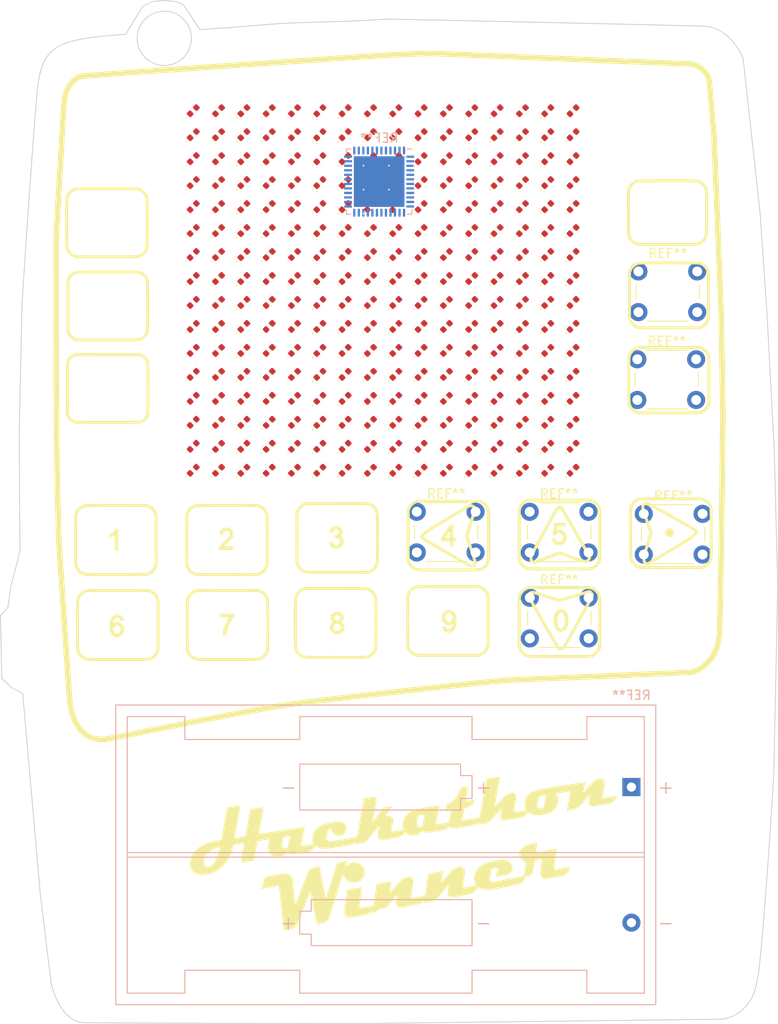
<source format=kicad_pcb>
(kicad_pcb (version 20211014) (generator pcbnew)
  (layers (0 "F.Cu" signal) (31 "B.Cu" signal) (34 "B.Paste" user) (35 "F.Paste" user) (36 "B.SilkS" user "B.Silkscreen") (37 "F.SilkS" user "F.Silkscreen") (38 "B.Mask" user) (39 "F.Mask" user) (44 "Edge.Cuts" user))
  (net 0 "")
  (footprint "LED_SMD:LED_0402_1005Metric" (layer "F.Cu") (at 164.7 99.75 45)
    (fp_text reference "REF**252" hide)
    (fp_text value "LED_0402_1005Metric" hide)
  )
  (footprint "LED_SMD:LED_0402_1005Metric" (layer "F.Cu") (at 136.7 67.95 45)
    (fp_text reference "REF**50" hide)
    (fp_text value "LED_0402_1005Metric" hide)
  )
  (footprint "LED_SMD:LED_0402_1005Metric" (layer "F.Cu") (at 139.5 99.75 45)
    (fp_text reference "REF**243" hide)
    (fp_text value "LED_0402_1005Metric" hide)
  )
  (footprint "LED_SMD:LED_0402_1005Metric" (layer "F.Cu") (at 153.5 86.5 45)
    (fp_text reference "REF**168" hide)
    (fp_text value "LED_0402_1005Metric" hide)
  )
  (footprint "LED_SMD:LED_0402_1005Metric" (layer "F.Cu") (at 159.1 94.45 45)
    (fp_text reference "REF**218" hide)
    (fp_text value "LED_0402_1005Metric" hide)
  )
  (footprint "LED_SMD:LED_0402_1005Metric" (layer "F.Cu") (at 153.5 60 45)
    (fp_text reference "REF**8" hide)
    (fp_text value "LED_0402_1005Metric" hide)
  )
  (footprint "LED_SMD:LED_0402_1005Metric" (layer "F.Cu") (at 139.5 70.6 45)
    (fp_text reference "REF**67" hide)
    (fp_text value "LED_0402_1005Metric" hide)
  )
  (footprint "LED_SMD:LED_0402_1005Metric" (layer "F.Cu") (at 131.1 99.75 45)
    (fp_text reference "REF**240" hide)
    (fp_text value "LED_0402_1005Metric" hide)
  )
  (footprint "LED_SMD:LED_0402_1005Metric" (layer "F.Cu") (at 167.5 67.95 45)
    (fp_text reference "REF**61" hide)
    (fp_text value "LED_0402_1005Metric" hide)
  )
  (footprint "LED_SMD:LED_0402_1005Metric" (layer "F.Cu") (at 139.5 83.85 45)
    (fp_text reference "REF**147" hide)
    (fp_text value "LED_0402_1005Metric" hide)
  )
  (footprint "LED_SMD:LED_0402_1005Metric" (layer "F.Cu") (at 147.9 99.75 45)
    (fp_text reference "REF**246" hide)
    (fp_text value "LED_0402_1005Metric" hide)
  )
  (footprint "LED_SMD:LED_0402_1005Metric" (layer "F.Cu") (at 164.7 94.45 45)
    (fp_text reference "REF**220" hide)
    (fp_text value "LED_0402_1005Metric" hide)
  )
  (footprint "LED_SMD:LED_0402_1005Metric" (layer "F.Cu") (at 150.7 91.8 45)
    (fp_text reference "REF**199" hide)
    (fp_text value "LED_0402_1005Metric" hide)
  )
  (footprint "LED_SMD:LED_0402_1005Metric" (layer "F.Cu") (at 145.1 91.8 45)
    (fp_text reference "REF**197" hide)
    (fp_text value "LED_0402_1005Metric" hide)
  )
  (footprint "LED_SMD:LED_0402_1005Metric" (layer "F.Cu") (at 133.9 81.2 45)
    (fp_text reference "REF**129" hide)
    (fp_text value "LED_0402_1005Metric" hide)
  )
  (footprint "LED_SMD:LED_0402_1005Metric" (layer "F.Cu") (at 147.9 94.45 45)
    (fp_text reference "REF**214" hide)
    (fp_text value "LED_0402_1005Metric" hide)
  )
  (footprint "LED_SMD:LED_0402_1005Metric" (layer "F.Cu") (at 161.9 70.6 45)
    (fp_text reference "REF**75" hide)
    (fp_text value "LED_0402_1005Metric" hide)
  )
  (footprint "LED_SMD:LED_0402_1005Metric" (layer "F.Cu") (at 150.7 70.6 45)
    (fp_text reference "REF**71" hide)
    (fp_text value "LED_0402_1005Metric" hide)
  )
  (footprint "LED_SMD:LED_0402_1005Metric" (layer "F.Cu") (at 170.3 94.45 45)
    (fp_text reference "REF**222" hide)
    (fp_text value "LED_0402_1005Metric" hide)
  )
  (footprint "LED_SMD:LED_0402_1005Metric" (layer "F.Cu") (at 173.1 94.45 45)
    (fp_text reference "REF**223" hide)
    (fp_text value "LED_0402_1005Metric" hide)
  )
  (footprint "LED_SMD:LED_0402_1005Metric" (layer "F.Cu") (at 153.5 89.15 45)
    (fp_text reference "REF**184" hide)
    (fp_text value "LED_0402_1005Metric" hide)
  )
  (footprint "LED_SMD:LED_0402_1005Metric" (layer "F.Cu") (at 167.5 81.2 45)
    (fp_text reference "REF**141" hide)
    (fp_text value "LED_0402_1005Metric" hide)
  )
  (footprint "LED_SMD:LED_0402_1005Metric" (layer "F.Cu") (at 131.1 70.6 45)
    (fp_text reference "REF**64" hide)
    (fp_text value "LED_0402_1005Metric" hide)
  )
  (footprint "LED_SMD:LED_0402_1005Metric" (layer "F.Cu") (at 139.5 91.8 45)
    (fp_text reference "REF**195" hide)
    (fp_text value "LED_0402_1005Metric" hide)
  )
  (footprint "LED_SMD:LED_0402_1005Metric" (layer "F.Cu") (at 142.3 62.65 45)
    (fp_text reference "REF**20" hide)
    (fp_text value "LED_0402_1005Metric" hide)
  )
  (footprint "Button_Switch_THT:SW_PUSH_6mm_H4.3mm" (layer "F.Cu") (at 168.32 113.84)
    (fp_text reference "REF**")
    (fp_text value "SW_PUSH_6mm_H4.3mm")
  )
  (footprint "LED_SMD:LED_0402_1005Metric" (layer "F.Cu") (at 153.5 97.1 45)
    (fp_text reference "REF**232" hide)
    (fp_text value "LED_0402_1005Metric" hide)
  )
  (footprint "LED_SMD:LED_0402_1005Metric" (layer "F.Cu") (at 156.3 73.25 45)
    (fp_text reference "REF**89" hide)
    (fp_text value "LED_0402_1005Metric" hide)
  )
  (footprint "LED_SMD:LED_0402_1005Metric" (layer "F.Cu") (at 147.9 81.2 45)
    (fp_text reference "REF**134" hide)
    (fp_text value "LED_0402_1005Metric" hide)
  )
  (footprint "LED_SMD:LED_0402_1005Metric" (layer "F.Cu") (at 136.7 86.5 45)
    (fp_text reference "REF**162" hide)
    (fp_text value "LED_0402_1005Metric" hide)
  )
  (footprint "LED_SMD:LED_0402_1005Metric" (layer "F.Cu") (at 150.7 97.1 45)
    (fp_text reference "REF**231" hide)
    (fp_text value "LED_0402_1005Metric" hide)
  )
  (footprint "LED_SMD:LED_0402_1005Metric" (layer "F.Cu") (at 173.1 65.3 45)
    (fp_text reference "REF**47" hide)
    (fp_text value "LED_0402_1005Metric" hide)
  )
  (footprint "LED_SMD:LED_0402_1005Metric" (layer "F.Cu") (at 147.9 83.85 45)
    (fp_text reference "REF**150" hide)
    (fp_text value "LED_0402_1005Metric" hide)
  )
  (footprint "LED_SMD:LED_0402_1005Metric" (layer "F.Cu") (at 131.1 78.55 45)
    (fp_text reference "REF**112" hide)
    (fp_text value "LED_0402_1005Metric" hide)
  )
  (footprint "LED_SMD:LED_0402_1005Metric" (layer "F.Cu") (at 156.3 83.85 45)
    (fp_text reference "REF**153" hide)
    (fp_text value "LED_0402_1005Metric" hide)
  )
  (footprint "LED_SMD:LED_0402_1005Metric" (layer "F.Cu") (at 167.5 97.1 45)
    (fp_text reference "REF**237" hide)
    (fp_text value "LED_0402_1005Metric" hide)
  )
  (footprint "LED_SMD:LED_0402_1005Metric" (layer "F.Cu") (at 173.1 73.25 45)
    (fp_text reference "REF**95" hide)
    (fp_text value "LED_0402_1005Metric" hide)
  )
  (footprint "LED_SMD:LED_0402_1005Metric" (layer "F.Cu") (at 145.1 83.85 45)
    (fp_text reference "REF**149" hide)
    (fp_text value "LED_0402_1005Metric" hide)
  )
  (footprint "LED_SMD:LED_0402_1005Metric" (layer "F.Cu") (at 159.1 62.65 45)
    (fp_text reference "REF**26" hide)
    (fp_text value "LED_0402_1005Metric" hide)
  )
  (footprint "LED_SMD:LED_0402_1005Metric" (layer "F.Cu") (at 161.9 75.9 45)
    (fp_text reference "REF**107" hide)
    (fp_text value "LED_0402_1005Metric" hide)
  )
  (footprint "LED_SMD:LED_0402_1005Metric" (layer "F.Cu") (at 164.7 60 45)
    (fp_text reference "REF**12" hide)
    (fp_text value "LED_0402_1005Metric" hide)
  )
  (footprint "LED_SMD:LED_0402_1005Metric" (layer "F.Cu") (at 147.9 97.1 45)
    (fp_text reference "REF**230" hide)
    (fp_text value "LED_0402_1005Metric" hide)
  )
  (footprint "LED_SMD:LED_0402_1005Metric" (layer "F.Cu") (at 153.5 94.45 45)
    (fp_text reference "REF**216" hide)
    (fp_text value "LED_0402_1005Metric" hide)
  )
  (footprint "LED_SMD:LED_0402_1005Metric" (layer "F.Cu") (at 131.1 62.65 45)
    (fp_text reference "REF**16" hide)
    (fp_text value "LED_0402_1005Metric" hide)
  )
  (footprint "LED_SMD:LED_0402_1005Metric" (layer "F.Cu") (at 145.1 86.5 45)
    (fp_text reference "REF**165" hide)
    (fp_text value "LED_0402_1005Metric" hide)
  )
  (footprint "LED_SMD:LED_0402_1005Metric" (layer "F.Cu") (at 133.9 89.15 45)
    (fp_text reference "REF**177" hide)
    (fp_text value "LED_0402_1005Metric" hide)
  )
  (footprint "LED_SMD:LED_0402_1005Metric" (layer "F.Cu") (at 164.7 67.95 45)
    (fp_text reference "REF**60" hide)
    (fp_text value "LED_0402_1005Metric" hide)
  )
  (footprint "LED_SMD:LED_0402_1005Metric" (layer "F.Cu") (at 145.1 94.45 45)
    (fp_text reference "REF**213" hide)
    (fp_text value "LED_0402_1005Metric" hide)
  )
  (footprint "LED_SMD:LED_0402_1005Metric" (layer "F.Cu") (at 164.7 78.55 45)
    (fp_text reference "REF**124" hide)
    (fp_text value "LED_0402_1005Metric" hide)
  )
  (footprint "LED_SMD:LED_0402_1005Metric" (layer "F.Cu") (at 159.1 99.75 45)
    (fp_text reference "REF**250" hide)
    (fp_text value "LED_0402_1005Metric" hide)
  )
  (footprint "LED_SMD:LED_0402_1005Metric" (layer "F.Cu") (at 173.1 97.1 45)
    (fp_text reference "REF**239" hide)
    (fp_text value "LED_0402_1005Metric" hide)
  )
  (footprint "LED_SMD:LED_0402_1005Metric" (layer "F.Cu") (at 170.3 83.85 45)
    (fp_text reference "REF**158" hide)
    (fp_text value "LED_0402_1005Metric" hide)
  )
  (footprint "LED_SMD:LED_0402_1005Metric" (layer "F.Cu") (at 142.3 60 45)
    (fp_text reference "REF**4" hide)
    (fp_text value "LED_0402_1005Metric" hide)
  )
  (footprint "LED_SMD:LED_0402_1005Metric" (layer "F.Cu") (at 147.9 78.55 45)
    (fp_text reference "REF**118" hide)
    (fp_text value "LED_0402_1005Metric" hide)
  )
  (footprint "LED_SMD:LED_0402_1005Metric" (layer "F.Cu") (at 156.3 91.8 45)
    (fp_text reference "REF**201" hide)
    (fp_text value "LED_0402_1005Metric" hide)
  )
  (footprint "LED_SMD:LED_0402_1005Metric" (layer "F.Cu") (at 156.3 99.75 45)
    (fp_text reference "REF**249" hide)
    (fp_text value "LED_0402_1005Metric" hide)
  )
  (footprint "LED_SMD:LED_0402_1005Metric" (layer "F.Cu") (at 133.9 99.75 45)
    (fp_text reference "REF**241" hide)
    (fp_text value "LED_0402_1005Metric" hide)
  )
  (footprint "LED_SMD:LED_0402_1005Metric" (layer "F.Cu") (at 133.9 67.95 45)
    (fp_text reference "REF**49" hide)
    (fp_text value "LED_0402_1005Metric" hide)
  )
  (footprint "LED_SMD:LED_0402_1005Metric" (layer "F.Cu") (at 139.5 67.95 45)
    (fp_text reference "REF**51" hide)
    (fp_text value "LED_0402_1005Metric" hide)
  )
  (footprint "LED_SMD:LED_0402_1005Metric" (layer "F.Cu") (at 161.9 78.55 45)
    (fp_text reference "REF**123" hide)
    (fp_text value "LED_0402_1005Metric" hide)
  )
  (footprint "LED_SMD:LED_0402_1005Metric" (layer "F.Cu") (at 133.9 86.5 45)
    (fp_text reference "REF**161" hide)
    (fp_text value "LED_0402_1005Metric" hide)
  )
  (footprint "LED_SMD:LED_0402_1005Metric" (layer "F.Cu") (at 131.1 83.85 45)
    (fp_text reference "REF**144" hide)
    (fp_text value "LED_0402_1005Metric" hide)
  )
  (footprint "LED_SMD:LED_0402_1005Metric" (layer "F.Cu") (at 147.9 89.15 45)
    (fp_text reference "REF**182" hide)
    (fp_text value "LED_0402_1005Metric" hide)
  )
  (footprint "LED_SMD:LED_0402_1005Metric" (layer "F.Cu") (at 170.3 65.3 45)
    (fp_text reference "REF**46" hide)
    (fp_text value "LED_0402_1005Metric" hide)
  )
  (footprint "LED_SMD:LED_0402_1005Metric" (layer "F.Cu") (at 139.5 86.5 45)
    (fp_text reference "REF**163" hide)
    (fp_text value "LED_0402_1005Metric" hide)
  )
  (footprint "LED_SMD:LED_0402_1005Metric" (layer "F.Cu") (at 145.1 70.6 45)
    (fp_text reference "REF**69" hide)
    (fp_text value "LED_0402_1005Metric" hide)
  )
  (footprint "LED_SMD:LED_0402_1005Metric" (layer "F.Cu") (at 161.9 62.65 45)
    (fp_text reference "REF**27" hide)
    (fp_text value "LED_0402_1005Metric" hide)
  )
  (footprint "LED_SMD:LED_0402_1005Metric" (layer "F.Cu") (at 153.5 81.2 45)
    (fp_text reference "REF**136" hide)
    (fp_text value "LED_0402_1005Metric" hide)
  )
  (footprint "LED_SMD:LED_0402_1005Metric" (layer "F.Cu") (at 145.1 99.75 45)
    (fp_text reference "REF**245" hide)
    (fp_text value "LED_0402_1005Metric" hide)
  )
  (footprint "LED_SMD:LED_0402_1005Metric" (layer "F.Cu") (at 131.1 97.1 45)
    (fp_text reference "REF**224" hide)
    (fp_text value "LED_0402_1005Metric" hide)
  )
  (footprint "LED_SMD:LED_0402_1005Metric" (layer "F.Cu") (at 136.7 78.55 45)
    (fp_text reference "REF**114" hide)
    (fp_text value "LED_0402_1005Metric" hide)
  )
  (footprint "LED_SMD:LED_0402_1005Metric" (layer "F.Cu") (at 167.5 60 45)
    (fp_text reference "REF**13" hide)
    (fp_text value "LED_0402_1005Metric" hide)
  )
  (footprint "LED_SMD:LED_0402_1005Metric" (layer "F.Cu") (at 164.7 91.8 45)
    (fp_text reference "REF**204" hide)
    (fp_text value "LED_0402_1005Metric" hide)
  )
  (footprint "LED_SMD:LED_0402_1005Metric" (layer "F.Cu") (at 167.5 99.75 45)
    (fp_text reference "REF**253" hide)
    (fp_text value "LED_0402_1005Metric" hide)
  )
  (footprint "LED_SMD:LED_0402_1005Metric" (layer "F.Cu") (at 159.1 70.6 45)
    (fp_text reference "REF**74" hide)
    (fp_text value "LED_0402_1005Metric" hide)
  )
  (footprint "LED_SMD:LED_0402_1005Metric" (layer "F.Cu") (at 139.5 62.65 45)
    (fp_text reference "REF**19" hide)
    (fp_text value "LED_0402_1005Metric" hide)
  )
  (footprint "LED_SMD:LED_0402_1005Metric" (layer "F.Cu") (at 161.9 60 45)
    (fp_text reference "REF**11" hide)
    (fp_text value "LED_0402_1005Metric" hide)
  )
  (footprint "LED_SMD:LED_0402_1005Metric" (layer "F.Cu") (at 147.9 73.25 45)
    (fp_text reference "REF**86" hide)
    (fp_text value "LED_0402_1005Metric" hide)
  )
  (footprint "LED_SMD:LED_0402_1005Metric" (layer "F.Cu") (at 161.9 86.5 45)
    (fp_text reference "REF**171" hide)
    (fp_text value "LED_0402_1005Metric" hide)
  )
  (footprint "LED_SMD:LED_0402_1005Metric" (layer "F.Cu") (at 131.1 94.45 45)
    (fp_text reference "REF**208" hide)
    (fp_text value "LED_0402_1005Metric" hide)
  )
  (footprint "LED_SMD:LED_0402_1005Metric" (layer "F.Cu") (at 159.1 60 45)
    (fp_text reference "REF**10" hide)
    (fp_text value "LED_0402_1005Metric" hide)
  )
  (footprint "LED_SMD:LED_0402_1005Metric" (layer "F.Cu") (at 167.5 78.55 45)
    (fp_text reference "REF**125" hide)
    (fp_text value "LED_0402_1005Metric" hide)
  )
  (footprint "LED_SMD:LED_0402_1005Metric" (layer "F.Cu") (at 136.7 94.45 45)
    (fp_text reference "REF**210" hide)
    (fp_text value "LED_0402_1005Metric" hide)
  )
  (footprint "LED_SMD:LED_0402_1005Metric" (layer "F.Cu") (at 156.3 62.65 45)
    (fp_text reference "REF**25" hide)
    (fp_text value "LED_0402_1005Metric" hide)
  )
  (footprint "LED_SMD:LED_0402_1005Metric" (layer "F.Cu") (at 139.5 75.9 45)
    (fp_text reference "REF**99" hide)
    (fp_text value "LED_0402_1005Metric" hide)
  )
  (footprint "LED_SMD:LED_0402_1005Metric" (layer "F.Cu") (at 170.3 86.5 45)
    (fp_text reference "REF**174" hide)
    (fp_text value "LED_0402_1005Metric" hide)
  )
  (footprint "LED_SMD:LED_0402_1005Metric" (layer "F.Cu") (at 150.7 60 45)
    (fp_text reference "REF**7" hide)
    (fp_text value "LED_0402_1005Metric" hide)
  )
  (footprint "LED_SMD:LED_0402_1005Metric" (layer "F.Cu") (at 131.1 75.9 45)
    (fp_text reference "REF**96" hide)
    (fp_text value "LED_0402_1005Metric" hide)
  )
  (footprint "LED_SMD:LED_0402_1005Metric" (layer "F.Cu") (at 159.1 91.8 45)
    (fp_text reference "REF**202" hide)
    (fp_text value "LED_0402_1005Metric" hide)
  )
  (footprint "LED_SMD:LED_0402_1005Metric" (layer "F.Cu") (at 173.1 78.55 45)
    (fp_text reference "REF**127" hide)
    (fp_text value "LED_0402_1005Metric" hide)
  )
  (footprint "LED_SMD:LED_0402_1005Metric" (layer "F.Cu") (at 139.5 60 45)
    (fp_text reference "REF**3" hide)
    (fp_text value "LED_0402_1005Metric" hide)
  )
  (footprint "LED_SMD:LED_0402_1005Metric" (layer "F.Cu") (at 167.5 62.65 45)
    (fp_text reference "REF**29" hide)
    (fp_text value "LED_0402_1005Metric" hide)
  )
  (footprint "LED_SMD:LED_0402_1005Metric" (layer "F.Cu") (at 173.1 60 45)
    (fp_text reference "REF**15" hide)
    (fp_text value "LED_0402_1005Metric" hide)
  )
  (footprint "LED_SMD:LED_0402_1005Metric" (layer "F.Cu") (at 167.5 83.85 45)
    (fp_text reference "REF**157" hide)
    (fp_text value "LED_0402_1005Metric" hide)
  )
  (footprint "LED_SMD:LED_0402_1005Metric" (layer "F.Cu") (at 173.1 89.15 45)
    (fp_text reference "REF**191" hide)
    (fp_text value "LED_0402_1005Metric" hide)
  )
  (footprint "LED_SMD:LED_0402_1005Metric" (layer "F.Cu") (at 170.3 97.1 45)
    (fp_text reference "REF**238" hide)
    (fp_text value "LED_0402_1005Metric" hide)
  )
  (footprint "LED_SMD:LED_0402_1005Metric" (layer "F.Cu") (at 164.7 65.3 45)
    (fp_text reference "REF**44" hide)
    (fp_text value "LED_0402_1005Metric" hide)
  )
  (footprint "LED_SMD:LED_0402_1005Metric" (layer "F.Cu") (at 139.5 89.15 45)
    (fp_text reference "REF**179" hide)
    (fp_text value "LED_0402_1005Metric" hide)
  )
  (footprint "LED_SMD:LED_0402_1005Metric" (layer "F.Cu") (at 150.7 73.25 45)
    (fp_text reference "REF**87" hide)
    (fp_text value "LED_0402_1005Metric" hide)
  )
  (footprint "LED_SMD:LED_0402_1005Metric" (layer "F.Cu") (at 159.1 75.9 45)
    (fp_text reference "REF**106" hide)
    (fp_text value "LED_0402_1005Metric" hide)
  )
  (footprint "LED_SMD:LED_0402_1005Metric" (layer "F.Cu") (at 167.5 73.25 45)
    (fp_text reference "REF**93" hide)
    (fp_text value "LED_0402_1005Metric" hide)
  )
  (footprint "LED_SMD:LED_0402_1005Metric" (layer "F.Cu") (at 147.9 60 45)
    (fp_text reference "REF**6" hide)
    (fp_text value "LED_0402_1005Metric" hide)
  )
  (footprint "LED_SMD:LED_0402_1005Metric" (layer "F.Cu") (at 145.1 97.1 45)
    (fp_text reference "REF**229" hide)
    (fp_text value "LED_0402_1005Metric" hide)
  )
  (footprint "LED_SMD:LED_0402_1005Metric" (layer "F.Cu") (at 136.7 83.85 45)
    (fp_text reference "REF**146" hide)
    (fp_text value "LED_0402_1005Metric" hide)
  )
  (footprint "LED_SMD:LED_0402_1005Metric" (layer "F.Cu") (at 145.1 65.3 45)
    (fp_text reference "REF**37" hide)
    (fp_text value "LED_0402_1005Metric" hide)
  )
  (footprint "LED_SMD:LED_0402_1005Metric" (layer "F.Cu") (at 156.3 94.45 45)
    (fp_text reference "REF**217" hide)
    (fp_text value "LED_0402_1005Metric" hide)
  )
  (footprint "LED_SMD:LED_0402_1005Metric" (layer "F.Cu") (at 161.9 97.1 45)
    (fp_text reference "REF**235" hide)
    (fp_text value "LED_0402_1005Metric" hide)
  )
  (footprint "LED_SMD:LED_0402_1005Metric" (layer "F.Cu") (at 136.7 65.3 45)
    (fp_text reference "REF**34" hide)
    (fp_text value "LED_0402_1005Metric" hide)
  )
  (footprint "LED_SMD:LED_0402_1005Metric" (layer "F.Cu") (at 136.7 60 45)
    (fp_text reference "REF**2" hide)
    (fp_text value "LED_0402_1005Metric" hide)
  )
  (footprint "LED_SMD:LED_0402_1005Metric" (layer "F.Cu") (at 131.1 60 45)
    (fp_text reference "REF**" hide)
    (fp_text value "LED_0402_1005Metric" hide)
  )
  (footprint "LED_SMD:LED_0402_1005Metric" (layer "F.Cu") (at 167.5 65.3 45)
    (fp_text reference "REF**45" hide)
    (fp_text value "LED_0402_1005Metric" hide)
  )
  (footprint "LED_SMD:LED_0402_1005Metric" (layer "F.Cu") (at 167.5 94.45 45)
    (fp_text reference "REF**221" hide)
    (fp_text value "LED_0402_1005Metric" hide)
  )
  (footprint "LED_SMD:LED_0402_1005Metric" (layer "F.Cu") (at 131.1 67.95 45)
    (fp_text reference "REF**48" hide)
    (fp_text value "LED_0402_1005Metric" hide)
  )
  (footprint "LED_SMD:LED_0402_1005Metric" (layer "F.Cu") (at 147.9 70.6 45)
    (fp_text reference "REF**70" hide)
    (fp_text value "LED_0402_1005Metric" hide)
  )
  (footprint "LED_SMD:LED_0402_1005Metric" (layer "F.Cu") (at 142.3 91.8 45)
    (fp_text reference "REF**196" hide)
    (fp_text value "LED_0402_1005Metric" hide)
  )
  (footprint "LED_SMD:LED_0402_1005Metric" (layer "F.Cu") (at 161.9 94.45 45)
    (fp_text reference "REF**219" hide)
    (fp_text value "LED_0402_1005Metric" hide)
  )
  (footprint "LED_SMD:LED_0402_1005Metric" (layer "F.Cu") (at 170.3 91.8 45)
    (fp_text reference "REF**206" hide)
    (fp_text value "LED_0402_1005Metric" hide)
  )
  (footprint "LED_SMD:LED_0402_1005Metric" (layer "F.Cu") (at 142.3 99.75 45)
    (fp_text reference "REF**244" hide)
    (fp_text value "LED_0402_1005Metric" hide)
  )
  (footprint "LED_SMD:LED_0402_1005Metric" (layer "F.Cu") (at 170.3 70.6 45)
    (fp_text reference "REF**78" hide)
    (fp_text value "LED_0402_1005Metric" hide)
  )
  (footprint "LED_SMD:LED_0402_1005Metric" (layer "F.Cu") (at 133.9 94.45 45)
    (fp_text reference "REF**209" hide)
    (fp_text value "LED_0402_1005Metric" hide)
  )
  (footprint "LED_SMD:LED_0402_1005Metric" (layer "F.Cu") (at 142.3 70.6 45)
    (fp_text reference "REF**68" hide)
    (fp_text value "LED_0402_1005Metric" hide)
  )
  (footprint "LED_SMD:LED_0402_1005Metric" (layer "F.Cu") (at 164.7 73.25 45)
    (fp_text reference "REF**92" hide)
    (fp_text value "LED_0402_1005Metric" hide)
  )
  (footprint "LED_SMD:LED_0402_1005Metric" (layer "F.Cu") (at 133.9 73.25 45)
    (fp_text reference "REF**81" hide)
    (fp_text value "LED_0402_1005Metric" hide)
  )
  (footprint "LED_SMD:LED_0402_1005Metric" (layer "F.Cu") (at 131.1 73.25 45)
    (fp_text reference "REF**80" hide)
    (fp_text value "LED_0402_1005Metric" hide)
  )
  (footprint "LED_SMD:LED_0402_1005Metric" (layer "F.Cu") (at 173.1 83.85 45)
    (fp_text reference "REF**159" hide)
    (fp_text value "LED_0402_1005Metric" hide)
  )
  (footprint "LED_SMD:LED_0402_1005Metric" (layer "F.Cu") (at 161.9 83.85 45)
    (fp_text reference "REF**155" hide)
    (fp_text value "LED_0402_1005Metric" hide)
  )
  (footprint "LED_SMD:LED_0402_1005Metric" (layer "F.Cu") (at 150.7 89.15 45)
    (fp_text reference "REF**183" hide)
    (fp_text value "LED_0402_1005Metric" hide)
  )
  (footprint "LED_SMD:LED_0402_1005Metric" (layer "F.Cu") (at 164.7 86.5 45)
    (fp_text reference "REF**172" hide)
    (fp_text value "LED_0402_1005Metric" hide)
  )
  (footprint "LED_SMD:LED_0402_1005Metric" (layer "F.Cu") (at 156.3 67.95 45)
    (fp_text reference "REF**57" hide)
    (fp_text value "LED_0402_1005Metric" hide)
  )
  (footprint "LED_SMD:LED_0402_1005Metric" (layer "F.Cu") (at 139.5 94.45 45)
    (fp_text reference "REF**211" hide)
    (fp_text value "LED_0402_1005Metric" hide)
  )
  (footprint "LED_SMD:LED_0402_1005Metric" (layer "F.Cu") (at 161.9 99.75 45)
    (fp_text reference "REF**251" hide)
    (fp_text value "LED_0402_1005Metric" hide)
  )
  (footprint "LED_SMD:LED_0402_1005Metric" (layer "F.Cu") (at 147.9 65.3 45)
    (fp_text reference "REF**38" hide)
    (fp_text value "LED_0402_1005Metric" hide)
  )
  (footprint "LED_SMD:LED_0402_1005Metric" (layer "F.Cu") (at 145.1 60 45)
    (fp_text reference "REF**5" hide)
    (fp_text value "LED_0402_1005Metric" hide)
  )
  (footprint "LED_SMD:LED_0402_1005Metric" (layer "F.Cu") (at 159.1 86.5 45)
    (fp_text reference "REF**170" hide)
    (fp_text value "LED_0402_1005Metric" hide)
  )
  (footprint "LED_SMD:LED_0402_1005Metric" (layer "F.Cu") (at 159.1 83.85 45)
    (fp_text reference "REF**154" hide)
    (fp_text value "LED_0402_1005Metric" hide)
  )
  (footprint "LED_SMD:LED_0402_1005Metric" (layer "F.Cu") (at 133.9 75.9 45)
    (fp_text reference "REF**97" hide)
    (fp_text value "LED_0402_1005Metric" hide)
  )
  (footprint "LED_SMD:LED_0402_1005Metric" (layer "F.Cu") (at 167.5 91.8 45)
    (fp_text reference "REF**205" hide)
    (fp_text value "LED_0402_1005Metric" hide)
  )
  (footprint "LED_SMD:LED_0402_1005Metric" (layer "F.Cu") (at 142.3 83.85 45)
    (fp_text reference "REF**148" hide)
    (fp_text value "LED_0402_1005Metric" hide)
  )
  (footprint "LED_SMD:LED_0402_1005Metric" (layer "F.Cu") (at 156.3 86.5 45)
    (fp_text reference "REF**169" hide)
    (fp_text value "LED_0402_1005Metric" hide)
  )
  (footprint "LED_SMD:LED_0402_1005Metric" (layer "F.Cu") (at 145.1 81.2 45)
    (fp_text reference "REF**133" hide)
    (fp_text value "LED_0402_1005Metric" hide)
  )
  (footprint "LED_SMD:LED_0402_1005Metric" (layer "F.Cu") (at 170.3 67.95 45)
    (fp_text reference "REF**62" hide)
    (fp_text value "LED_0402_1005Metric" hide)
  )
  (footprint "LED_SMD:LED_0402_1005Metric" (layer "F.Cu") (at 153.5 67.95 45)
    (fp_text reference "REF**56" hide)
    (fp_text value "LED_0402_1005Metric" hide)
  )
  (footprint "LED_SMD:LED_0402_1005Metric" (layer "F.Cu") (at 153.5 70.6 45)
    (fp_text reference "REF**72" hide)
    (fp_text value "LED_0402_1005Metric" hide)
  )
  (footprint "LED_SMD:LED_0402_1005Metric" (layer "F.Cu") (at 136.7 89.15 45)
    (fp_text reference "REF**178" hide)
    (fp_text value "LED_0402_1005Metric" hide)
  )
  (footprint "LED_SMD:LED_0402_1005Metric" (layer "F.Cu") (at 147.9 86.5 45)
    (fp_text reference "REF**166" hide)
    (fp_text value "LED_0402_1005Metric" hide)
  )
  (footprint "LED_SMD:LED_0402_1005Metric" (layer "F.Cu") (at 133.9 78.55 45)
    (fp_text reference "REF**113" hide)
    (fp_text value "LED_0402_1005Metric" hide)
  )
  (footprint "LED_SMD:LED_0402_1005Metric" (layer "F.Cu") (at 159.1 78.55 45)
    (fp_text reference "REF**122" hide)
    (fp_text value "LED_0402_1005Metric" hide)
  )
  (footprint "LED_SMD:LED_0402_1005Metric" (layer "F.Cu") (at 133.9 65.3 45)
    (fp_text reference "REF**33" hide)
    (fp_text value "LED_0402_1005Metric" hide)
  )
  (footprint "LED_SMD:LED_0402_1005Metric" (layer "F.Cu") (at 131.1 86.5 45)
    (fp_text reference "REF**160" hide)
    (fp_text value "LED_0402_1005Metric" hide)
  )
  (footprint "LED_SMD:LED_0402_1005Metric" (layer "F.Cu") (at 145.1 75.9 45)
    (fp_text reference "REF**101" hide)
    (fp_text value "LED_0402_1005Metric" hide)
  )
  (footprint "LED_SMD:LED_0402_1005Metric" (layer "F.Cu") (at 136.7 70.6 45)
    (fp_text reference "REF**66" hide)
    (fp_text value "LED_0402_1005Metric" hide)
  )
  (footprint "LED_SMD:LED_0402_1005Metric" (layer "F.Cu") (at 153.5 65.3 45)
    (fp_text reference "REF**40" hide)
    (fp_text value "LED_0402_1005Metric" hide)
  )
  (footprint "LED_SMD:LED_0402_1005Metric" (layer "F.Cu") (at 145.1 89.15 45)
    (fp_text reference "REF**181" hide)
    (fp_text value "LED_0402_1005Metric" hide)
  )
  (footprint "LED_SMD:LED_0402_1005Metric" (layer "F.Cu") (at 170.3 89.15 45)
    (fp_text reference "REF**190" hide)
    (fp_text value "LED_0402_1005Metric" hide)
  )
  (footprint "LED_SMD:LED_0402_1005Metric" (layer "F.Cu") (at 164.7 83.85 45)
    (fp_text reference "REF**156" hide)
    (fp_text value "LED_0402_1005Metric" hide)
  )
  (footprint "Button_Switch_THT:SW_PUSH_6mm_H4.3mm" (layer "F.Cu") (at 180.21 87.48)
    (fp_text reference "REF**")
    (fp_text value "SW_PUSH_6mm_H4.3mm")
  )
  (footprint "LED_SMD:LED_0402_1005Metric" (layer "F.Cu") (at 142.3 65.3 45)
    (fp_text reference "REF**36" hide)
    (fp_text value "LED_0402_1005Metric" hide)
  )
  (footprint "LED_SMD:LED_0402_1005Metric" (layer "F.Cu") (at 145.1 67.95 45)
    (fp_text reference "REF**53" hide)
    (fp_text value "LED_0402_1005Metric" hide)
  )
  (footprint "LED_SMD:LED_0402_1005Metric" (layer "F.Cu") (at 133.9 91.8 45)
    (fp_text reference "REF**193" hide)
    (fp_text value "LED_0402_1005Metric" hide)
  )
  (footprint "LED_SMD:LED_0402_1005Metric" (layer "F.Cu") (at 139.5 65.3 45)
    (fp_text reference "REF**35" hide)
    (fp_text value "LED_0402_1005Metric" hide)
  )
  (footprint "LED_SMD:LED_0402_1005Metric" (layer "F.Cu") (at 170.3 99.75 45)
    (fp_text reference "REF**254" hide)
    (fp_text value "LED_0402_1005Metric" hide)
  )
  (footprint "LED_SMD:LED_0402_1005Metric" (layer "F.Cu") (at 136.7 75.9 45)
    (fp_text reference "REF**98" hide)
    (fp_text value "LED_0402_1005Metric" hide)
  )
  (footprint "Library:Main_BG_Drawing_02" (layer "F.Cu") (at 155 105.3)
    (fp_text reference "Ref**" hide)
    (fp_text value "Val**" hide)
    (fp_line (start -38.7335 -52.4358) (end -39.1375 -52.1907) (layer "Edge.Cuts") (width 0.1))
    (fp_line (start -38.0203 54.484) (end -37.6853 54.816) (layer "Edge.Cuts") (width 0.1))
    (fp_line (start 36.3422 -52.1579) (end 36.1288 -52.477) (layer "Edge.Cuts") (width 0.1))
    (fp_line (start 33.7998 -54.3781) (end 33.5482 -54.4648) (layer "Edge.Cuts") (width 0.1))
    (fp_line (start 35.8786 -52.8076) (end 35.5907 -53.1394) (layer "Edge.Cuts") (width 0.1))
    (fp_line (start -33.408 -53.5887) (end -34.3083 -53.4986) (layer "Edge.Cuts") (width 0.1))
    (fp_line (start -42.6824 -26.2607) (end -42.8319 -23.9137) (layer "Edge.Cuts") (width 0.1))
    (fp_line (start -41.1398 -47.5894) (end -41.2096 -46.8564) (layer "Edge.Cuts") (width 0.1))
    (fp_line (start -35.9612 55.522) (end -30.1742 55.562) (layer "Edge.Cuts") (width 0.1))
    (fp_line (start 39.8313 35.287) (end 40.1681 30.0985) (layer "Edge.Cuts") (width 0.1))
    (fp_line (start -39.1833 52.521) (end -39.0147 52.912) (layer "Edge.Cuts") (width 0.1))
    (fp_line (start 37.9441 52.605) (end 38.1362 52.117) (layer "Edge.Cuts") (width 0.1))
    (fp_line (start 38.2995 51.569) (end 38.4378 50.968) (layer "Edge.Cuts") (width 0.1))
    (fp_line (start 34.0406 -54.2778) (end 33.7998 -54.3781) (layer "Edge.Cuts") (width 0.1))
    (fp_line (start 25.607 -54.8196) (end 13.738 -55.08392) (layer "Edge.Cuts") (width 0.1))
    (fp_line (start -12.7176 -55.01016) (end -14.2148 -54.9378) (layer "Edge.Cuts") (width 0.1))
    (fp_line (start 39.6073 38.51) (end 39.8313 35.287) (layer "Edge.Cuts") (width 0.1))
    (fp_line (start 38.767 -34.1676) (end 36.9097 -51.046) (layer "Edge.Cuts") (width 0.1))
    (fp_line (start -37.6853 54.816) (end -37.504 54.964) (layer "Edge.Cuts") (width 0.1))
    (fp_line (start -35.8912 -53.2852) (end -36.5804 -53.1567) (layer "Edge.Cuts") (width 0.1))
    (fp_line (start 32.4304 -54.6511) (end 25.607 -54.8196) (layer "Edge.Cuts") (width 0.1))
    (fp_line (start 36.6871 54.217) (end 36.9549 53.979) (layer "Edge.Cuts") (width 0.1))
    (fp_line (start -36.9026 55.319) (end -36.6825 55.401) (layer "Edge.Cuts") (width 0.1))
    (fp_line (start -14.2148 -54.9378) (end -15.6415 -54.8347) (layer "Edge.Cuts") (width 0.1))
    (fp_line (start -39.8076 -51.6043) (end -40.0805 -51.2577) (layer "Edge.Cuts") (width 0.1))
    (fp_line (start 34.8531 55.096) (end 35.2075 55.008) (layer "Edge.Cuts") (width 0.1))
    (fp_line (start -15.6415 -54.8347) (end -19.6174 -54.5095) (layer "Edge.Cuts") (width 0.1))
    (fp_line (start 34.6184 55.132) (end 34.8531 55.096) (layer "Edge.Cuts") (width 0.1))
    (fp_line (start -2.5372 -55.43482) (end -2.5372 -55.43482) (layer "Edge.Cuts") (width 0.1))
    (fp_line (start -45.21708 10.5099) (end -45.06258 17.4718) (layer "Edge.Cuts") (width 0.1))
    (fp_line (start -39.0147 52.912) (end -38.8154 53.317) (layer "Edge.Cuts") (width 0.1))
    (fp_line (start -9.5318 -55.1082) (end -12.7176 -55.01016) (layer "Edge.Cuts") (width 0.1))
    (fp_line (start 35.264 -53.4624) (end 34.8974 -53.7665) (layer "Edge.Cuts") (width 0.1))
    (fp_line (start -40.8229 41.157) (end -39.6211 51.152) (layer "Edge.Cuts") (width 0.1))
    (fp_line (start -40.0805 -51.2577) (end -40.3163 -50.872) (layer "Edge.Cuts") (width 0.1))
    (fp_line (start -42.298 -32.0841) (end -42.6824 -26.2607) (layer "Edge.Cuts") (width 0.1))
    (fp_line (start -38.2791 -52.6523) (end -38.7335 -52.4358) (layer "Edge.Cuts") (width 0.1))
    (fp_line (start -40.9557 -48.8856) (end -41.0563 -48.265) (layer "Edge.Cuts") (width 0.1))
    (fp_line (start -39.3224 52.155) (end -39.1833 52.521) (layer "Edge.Cuts") (width 0.1))
    (fp_line (start -40.3163 -50.872) (end -40.5184 -50.4446) (layer "Edge.Cuts") (width 0.1))
    (fp_line (start 36.1546 54.59) (end 36.4191 54.42) (layer "Edge.Cuts") (width 0.1))
    (fp_line (start 33.0118 -54.5926) (end 32.7268 -54.6311) (layer "Edge.Cuts") (width 0.1))
    (fp_line (start 36.1288 -52.477) (end 35.8786 -52.8076) (layer "Edge.Cuts") (width 0.1))
    (fp_line (start -27.1123 -57.48814) (end -28.4017 -57.37031) (layer "Edge.Cuts") (width 0.1))
    (fp_line (start -41.4916 -43.3432) (end -41.775 -39.558) (layer "Edge.Cuts") (width 0.1))
    (fp_line (start 34.49 -54.0417) (end 34.2706 -54.1653) (layer "Edge.Cuts") (width 0.1))
    (fp_line (start 39.0934 45.151) (end 39.3583 41.868) (layer "Edge.Cuts") (width 0.1))
    (fp_line (start -45.06258 17.4718) (end -43.9904 18.4819) (layer "Edge.Cuts") (width 0.1))
    (fp_line (start -25.7883 -57.35277) (end -27.1123 -57.48814) (layer "Edge.Cuts") (width 0.1))
    (fp_line (start 39.5591 -22.6422) (end 38.767 -34.1676) (layer "Edge.Cuts") (width 0.1))
    (fp_line (start 36.663 -51.5939) (end 36.52 -51.8601) (layer "Edge.Cuts") (width 0.1))
    (fp_line (start -7.8534 -55.15653) (end -9.5318 -55.1082) (layer "Edge.Cuts") (width 0.1))
    (fp_line (start -43.0637 3.432) (end -44.0679 7.2944) (layer "Edge.Cuts") (width 0.1))
    (fp_line (start -37.504 54.964) (end -37.3132 55.099) (layer "Edge.Cuts") (width 0.1))
    (fp_line (start -41.775 -39.558) (end -42.298 -32.0841) (layer "Edge.Cuts") (width 0.1))
    (fp_line (start -19.6174 -54.5095) (end -23.1518 -54.2594) (layer "Edge.Cuts") (width 0.1))
    (fp_line (start -43.9904 18.4819) (end -42.7547 19.1327) (layer "Edge.Cuts") (width 0.1))
    (fp_line (start 40.1681 30.0985) (end 40.2965 27.9929) (layer "Edge.Cuts") (width 0.1))
    (fp_line (start -20.106 55.597) (end -6.2993 55.631) (layer "Edge.Cuts") (width 0.1))
    (fp_line (start -24.9852 -57.01286) (end -25.7883 -57.35277) (layer "Edge.Cuts") (width 0.1))
    (fp_line (start -39.6211 51.152) (end -39.5759 51.338) (layer "Edge.Cuts") (width 0.1))
    (fp_line (start -23.1518 -54.2594) (end -24.9852 -57.01286) (layer "Edge.Cuts") (width 0.1))
    (fp_line (start -37.771 -52.8429) (end -38.2791 -52.6523) (layer "Edge.Cuts") (width 0.1))
    (fp_line (start -39.5759 51.338) (end -39.4334 51.827) (layer "Edge.Cuts") (width 0.1))
    (fp_line (start 35.2075 55.008) (end 35.6514 54.847) (layer "Edge.Cuts") (width 0.1))
    (fp_line (start -40.5184 -50.4446) (end -40.6901 -49.9728) (layer "Edge.Cuts") (width 0.1))
    (fp_line (start 35.8975 54.732) (end 36.1546 54.59) (layer "Edge.Cuts") (width 0.1))
    (fp_line (start 33.5482 -54.4648) (end 33.2856 -54.5367) (layer "Edge.Cuts") (width 0.1))
    (fp_line (start -37.2059 -53.0101) (end -37.771 -52.8429) (layer "Edge.Cuts") (width 0.1))
    (fp_line (start 35.6514 54.847) (end 35.8975 54.732) (layer "Edge.Cuts") (width 0.1))
    (fp_line (start 34.5335 55.14) (end 34.6184 55.132) (layer "Edge.Cuts") (width 0.1))
    (fp_line (start -29.4909 -56.82756) (end -31.3728 -53.749) (layer "Edge.Cuts") (width 0.1))
    (fp_line (start 35.5907 -53.1394) (end 35.264 -53.4624) (layer "Edge.Cuts") (width 0.1))
    (fp_line (start -43.1434 -9.7242) (end -43.0637 3.432) (layer "Edge.Cuts") (width 0.1))
    (fp_line (start 38.5553 50.32) (end 38.6557 49.63) (layer "Edge.Cuts") (width 0.1))
    (fp_line (start 36.8494 -51.1964) (end 36.663 -51.5939) (layer "Edge.Cuts") (width 0.1))
    (fp_line (start 32.7268 -54.6311) (end 32.4304 -54.6511) (layer "Edge.Cuts") (width 0.1))
    (fp_line (start -39.1375 -52.1907) (end -39.4944 -51.9144) (layer "Edge.Cuts") (width 0.1))
    (fp_line (start -2.5372 -55.43482) (end -4.351 -55.3085) (layer "Edge.Cuts") (width 0.1))
    (fp_line (start -41.0563 -48.265) (end -41.1398 -47.5894) (layer "Edge.Cuts") (width 0.1))
    (fp_line (start -34.3083 -53.4986) (end -35.1349 -53.3983) (layer "Edge.Cuts") (width 0.1))
    (fp_line (start -2.5372 -55.43482) (end -2.5372 -55.43482) (layer "Edge.Cuts") (width 0.1))
    (fp_line (start -28.4017 -57.37031) (end -29.4909 -56.82756) (layer "Edge.Cuts") (width 0.1))
    (fp_line (start -39.4334 51.827) (end -39.3224 52.155) (layer "Edge.Cuts") (width 0.1))
    (fp_line (start -36.6825 55.401) (end -36.4524 55.464) (layer "Edge.Cuts") (width 0.1))
    (fp_line (start -37.3132 55.099) (end -37.1128 55.217) (layer "Edge.Cuts") (width 0.1))
    (fp_line (start -38.3195 54.115) (end -38.0203 54.484) (layer "Edge.Cuts") (width 0.1))
    (fp_line (start 34.2706 -54.1653) (end 34.0406 -54.2778) (layer "Edge.Cuts") (width 0.1))
    (fp_line (start -39.4944 -51.9144) (end -39.8076 -51.6043) (layer "Edge.Cuts") (width 0.1))
    (fp_line (start 38.6557 49.63) (end 38.8216 48.148) (layer "Edge.Cuts") (width 0.1))
    (fp_line (start 33.2856 -54.5367) (end 33.0118 -54.5926) (layer "Edge.Cuts") (width 0.1))
    (fp_line (start 38.8216 48.148) (end 39.0934 45.151) (layer "Edge.Cuts") (width 0.1))
    (fp_line (start -42.8319 -23.9137) (end -43.1434 -9.7242) (layer "Edge.Cuts") (width 0.1))
    (fp_line (start -31.3728 -53.749) (end -33.408 -53.5887) (layer "Edge.Cuts") (width 0.1))
    (fp_line (start 36.52 -51.8601) (end 36.3422 -52.1579) (layer "Edge.Cuts") (width 0.1))
    (fp_line (start 38.1362 52.117) (end 38.2995 51.569) (layer "Edge.Cuts") (width 0.1))
    (fp_line (start -42.7547 19.1327) (end -40.8229 41.157) (layer "Edge.Cuts") (width 0.1))
    (fp_line (start -6.1248 -55.21952) (end -7.8534 -55.15653) (layer "Edge.Cuts") (width 0.1))
    (fp_line (start 13.738 -55.08392) (end -2.5372 -55.43482) (layer "Edge.Cuts") (width 0.1))
    (fp_line (start 37.7192 53.029) (end 37.836 52.826) (layer "Edge.Cuts") (width 0.1))
    (fp_line (start 40.3511 -7.7303) (end 39.5591 -22.6422) (layer "Edge.Cuts") (width 0.1))
    (fp_line (start -36.4524 55.464) (end -36.212 55.505) (layer "Edge.Cuts") (width 0.1))
    (fp_line (start 37.2187 53.704) (end 37.4747 53.388) (layer "Edge.Cuts") (width 0.1))
    (fp_line (start 34.8974 -53.7665) (end 34.49 -54.0417) (layer "Edge.Cuts") (width 0.1))
    (fp_line (start -44.3963 9.6215) (end -45.21708 10.5099) (layer "Edge.Cuts") (width 0.1))
    (fp_line (start -40.6901 -49.9728) (end -40.8348 -49.454) (layer "Edge.Cuts") (width 0.1))
    (fp_line (start -40.8348 -49.454) (end -40.9557 -48.8856) (layer "Edge.Cuts") (width 0.1))
    (fp_line (start -30.1742 55.562) (end -20.106 55.597) (layer "Edge.Cuts") (width 0.1))
    (fp_line (start 40.7335 7.2909) (end 40.3511 -7.7303) (layer "Edge.Cuts") (width 0.1))
    (fp_line (start 40.2965 27.9929) (end 40.7335 7.2909) (layer "Edge.Cuts") (width 0.1))
    (fp_line (start -36.212 55.505) (end -35.9612 55.522) (layer "Edge.Cuts") (width 0.1))
    (fp_line (start -6.2993 55.631) (end 34.5335 55.14) (layer "Edge.Cuts") (width 0.1))
    (fp_line (start -37.1128 55.217) (end -36.9026 55.319) (layer "Edge.Cuts") (width 0.1))
    (fp_line (start -38.8154 53.317) (end -38.5841 53.722) (layer "Edge.Cuts") (width 0.1))
    (fp_line (start -41.2096 -46.8564) (end -41.4916 -43.3432) (layer "Edge.Cuts") (width 0.1))
    (fp_line (start 36.4191 54.42) (end 36.6871 54.217) (layer "Edge.Cuts") (width 0.1))
    (fp_line (start 37.4747 53.388) (end 37.7192 53.029) (layer "Edge.Cuts") (width 0.1))
    (fp_line (start -44.0679 7.2944) (end -44.3963 9.6215) (layer "Edge.Cuts") (width 0.1))
    (fp_line (start 37.836 52.826) (end 37.9441 52.605) (layer "Edge.Cuts") (width 0.1))
    (fp_line (start 38.4378 50.968) (end 38.5553 50.32) (layer "Edge.Cuts") (width 0.1))
    (fp_line (start -36.5804 -53.1567) (end -37.2059 -53.0101) (layer "Edge.Cuts") (width 0.1))
    (fp_line (start -38.5841 53.722) (end -38.3195 54.115) (layer "Edge.Cuts") (width 0.1))
    (fp_line (start -4.351 -55.3085) (end -6.1248 -55.21952) (layer "Edge.Cuts") (width 0.1))
    (fp_line (start 36.9549 53.979) (end 37.2187 53.704) (layer "Edge.Cuts") (width 0.1))
    (fp_line (start 39.3583 41.868) (end 39.6073 38.51) (layer "Edge.Cuts") (width 0.1))
    (fp_line (start -35.1349 -53.3983) (end -35.8912 -53.2852) (layer "Edge.Cuts") (width 0.1))
    (fp_line (start 36.9097 -51.046) (end 36.8494 -51.1964) (layer "Edge.Cuts") (width 0.1))
  )
  (footprint "LED_SMD:LED_0402_1005Metric" (layer "F.Cu") (at 136.7 81.2 45)
    (fp_text reference "REF**130" hide)
    (fp_text value "LED_0402_1005Metric" hide)
  )
  (footprint "LED_SMD:LED_0402_1005Metric" (layer "F.Cu") (at 136.7 97.1 45)
    (fp_text reference "REF**226" hide)
    (fp_text value "LED_0402_1005Metric" hide)
  )
  (footprint "LED_SMD:LED_0402_1005Metric" (layer "F.Cu") (at 153.5 75.9 45)
    (fp_text reference "REF**104" hide)
    (fp_text value "LED_0402_1005Metric" hide)
  )
  (footprint "LED_SMD:LED_0402_1005Metric" (layer "F.Cu") (at 150.7 67.95 45)
    (fp_text reference "REF**55" hide)
    (fp_text value "LED_0402_1005Metric" hide)
  )
  (footprint "LED_SMD:LED_0402_1005Metric" (layer "F.Cu") (at 150.7 65.3 45)
    (fp_text reference "REF**39" hide)
    (fp_text value "LED_0402_1005Metric" hide)
  )
  (footprint "LED_SMD:LED_0402_1005Metric" (layer "F.Cu") (at 159.1 73.25 45)
    (fp_text reference "REF**90" hide)
    (fp_text value "LED_0402_1005Metric" hide)
  )
  (footprint "LED_SMD:LED_0402_1005Metric" (layer "F.Cu") (at 173.1 99.75 45)
    (fp_text reference "REF**255" hide)
    (fp_text value "LED_0402_1005Metric" hide)
  )
  (footprint "LED_SMD:LED_0402_1005Metric" (layer "F.Cu") (at 150.7 78.55 45)
    (fp_text reference "REF**119" hide)
    (fp_text value "LED_0402_1005Metric" hide)
  )
  (footprint "LED_SMD:LED_0402_1005Metric" (layer "F.Cu") (at 161.9 67.95 45)
    (fp_text reference "REF**59" hide)
    (fp_text value "LED_0402_1005Metric" hide)
  )
  (footprint "LED_SMD:LED_0402_1005Metric" (layer "F.Cu") (at 150.7 62.65 45)
    (fp_text reference "REF**23" hide)
    (fp_text value "LED_0402_1005Metric" hide)
  )
  (footprint "LED_SMD:LED_0402_1005Metric" (layer "F.Cu") (at 133.9 97.1 45)
    (fp_text reference "REF**225" hide)
    (fp_text value "LED_0402_1005Metric" hide)
  )
  (footprint "LED_SMD:LED_0402_1005Metric" (layer "F.Cu") (at 145.1 73.25 45)
    (fp_text reference "REF**85" hide)
    (fp_text value "LED_0402_1005Metric" hide)
  )
  (footprint "LED_SMD:LED_0402_1005Metric" (layer "F.Cu") (at 139.5 97.1 45)
    (fp_text reference "REF**227" hide)
    (fp_text value "LED_0402_1005Metric" hide)
  )
  (footprint "LED_SMD:LED_0402_1005Metric" (layer "F.Cu") (at 133.9 60 45)
    (fp_text reference "REF**1" hide)
    (fp_text value "LED_0402_1005Metric" hide)
  )
  (footprint "LED_SMD:LED_0402_1005Metric" (layer "F.Cu") (at 173.1 86.5 45)
    (fp_text reference "REF**175" hide)
    (fp_text value "LED_0402_1005Metric" hide)
  )
  (footprint "LED_SMD:LED_0402_1005Metric" (layer "F.Cu") (at 159.1 67.95 45)
    (fp_text reference "REF**58" hide)
    (fp_text value "LED_0402_1005Metric" hide)
  )
  (footprint "LED_SMD:LED_0402_1005Metric" (layer "F.Cu") (at 150.7 99.75 45)
    (fp_text reference "REF**247" hide)
    (fp_text value "LED_0402_1005Metric" hide)
  )
  (footprint "LED_SMD:LED_0402_1005Metric" (layer "F.Cu") (at 139.5 73.25 45)
    (fp_text reference "REF**83" hide)
    (fp_text value "LED_0402_1005Metric" hide)
  )
  (footprint "LED_SMD:LED_0402_1005Metric" (layer "F.Cu") (at 156.3 97.1 45)
    (fp_text reference "REF**233" hide)
    (fp_text value "LED_0402_1005Metric" hide)
  )
  (footprint "LED_SMD:LED_0402_1005Metric" (layer "F.Cu") (at 142.3 97.1 45)
    (fp_text reference "REF**228" hide)
    (fp_text value "LED_0402_1005Metric" hide)
  )
  (footprint "LED_SMD:LED_0402_1005Metric" (layer "F.Cu") (at 150.7 86.5 45)
    (fp_text reference "REF**167" hide)
    (fp_text value "LED_0402_1005Metric" hide)
  )
  (footprint "LED_SMD:LED_0402_1005Metric" (layer "F.Cu") (at 136.7 73.25 45)
    (fp_text reference "REF**82" hide)
    (fp_text value "LED_0402_1005Metric" hide)
  )
  (footprint "LED_SMD:LED_0402_1005Metric" (layer "F.Cu") (at 159.1 81.2 45)
    (fp_text reference "REF**138" hide)
    (fp_text value "LED_0402_1005Metric" hide)
  )
  (footprint "LED_SMD:LED_0402_1005Metric" (layer "F.Cu") (at 156.3 70.6 45)
    (fp_text reference "REF**73" hide)
    (fp_text value "LED_0402_1005Metric" hide)
  )
  (footprint "LED_SMD:LED_0402_1005Metric" (layer "F.Cu") (at 145.1 78.55 45)
    (fp_text reference "REF**117" hide)
    (fp_text value "LED_0402_1005Metric" hide)
  )
  (footprint "LED_SMD:LED_0402_1005Metric" (layer "F.Cu") (at 133.9 70.6 45)
    (fp_text reference "REF**65" hide)
    (fp_text value "LED_0402_1005Metric" hide)
  )
  (footprint "LED_SMD:LED_0402_1005Metric" (layer "F.Cu") (at 136.7 91.8 45)
    (fp_text reference "REF**194" hide)
    (fp_text value "LED_0402_1005Metric" hide)
  )
  (footprint "LED_SMD:LED_0402_1005Metric" (layer "F.Cu") (at 170.3 81.2 45)
    (fp_text reference "REF**142" hide)
    (fp_text value "LED_0402_1005Metric" hide)
  )
  (footprint "LED_SMD:LED_0402_1005Metric" (layer "F.Cu") (at 142.3 89.15 45)
    (fp_text reference "REF**180" hide)
    (fp_text value "LED_0402_1005Metric" hide)
  )
  (footprint "LED_SMD:LED_0402_1005Metric" (layer "F.Cu") (at 173.1 91.8 45)
    (fp_text reference "REF**207" hide)
    (fp_text value "LED_0402_1005Metric" hide)
  )
  (footprint "LED_SMD:LED_0402_1005Metric" (layer "F.Cu") (at 156.3 81.2 45)
    (fp_text reference "REF**137" hide)
    (fp_text value "LED_0402_1005Metric" hide)
  )
  (footprint "LED_SMD:LED_0402_1005Metric" (layer "F.Cu") (at 150.7 75.9 45)
    (fp_text reference "REF**103" hide)
    (fp_text value "LED_0402_1005Metric" hide)
  )
  (footprint "LED_SMD:LED_0402_1005Metric" (layer "F.Cu") (at 170.3 60 45)
    (fp_text reference "REF**14" hide)
    (fp_text value "LED_0402_1005Metric" hide)
  )
  (footprint "LED_SMD:LED_0402_1005Metric" (layer "F.Cu") (at 167.5 86.5 45)
    (fp_text reference "REF**173" hide)
    (fp_text value "LED_0402_1005Metric" hide)
  )
  (footprint "LED_SMD:LED_0402_1005Metric" (layer "F.Cu") (at 136.7 62.65 45)
    (fp_text reference "REF**18" hide)
    (fp_text value "LED_0402_1005Metric" hide)
  )
  (footprint "Button_Switch_THT:SW_PUSH_6mm_H4.3mm" (layer "F.Cu") (at 155.82 104.34)
    (fp_text reference "REF**")
    (fp_text value "SW_PUSH_6mm_H4.3mm")
  )
  (footprint "LED_SMD:LED_0402_1005Metric" (layer "F.Cu") (at 164.7 62.65 45)
    (fp_text reference "REF**28" hide)
    (fp_text value "LED_0402_1005Metric" hide)
  )
  (footprint "LED_SMD:LED_0402_1005Metric" (layer "F.Cu") (at 131.1 89.15 45)
    (fp_text reference "REF**176" hide)
    (fp_text value "LED_0402_1005Metric" hide)
  )
  (footprint "LED_SMD:LED_0402_1005Metric" (layer "F.Cu") (at 167.5 75.9 45)
    (fp_text reference "REF**109" hide)
    (fp_text value "LED_0402_1005Metric" hide)
  )
  (footprint "LED_SMD:LED_0402_1005Metric" (layer "F.Cu") (at 142.3 94.45 45)
    (fp_text reference "REF**212" hide)
    (fp_text value "LED_0402_1005Metric" hide)
  )
  (footprint "LED_SMD:LED_0402_1005Metric" (layer "F.Cu") (at 142.3 75.9 45)
    (fp_text reference "REF**100" hide)
    (fp_text value "LED_0402_1005Metric" hide)
  )
  (footprint "LED_SMD:LED_0402_1005Metric" (layer "F.Cu") (at 133.9 83.85 45)
    (fp_text reference "REF**145" hide)
    (fp_text value "LED_0402_1005Metric" hide)
  )
  (footprint "LED_SMD:LED_0402_1005Metric" (layer "F.Cu") (at 147.9 75.9 45)
    (fp_text reference "REF**102" hide)
    (fp_text value "LED_0402_1005Metric" hide)
  )
  (footprint "LED_SMD:LED_0402_1005Metric" (layer "F.Cu") (at 153.5 73.25 45)
    (fp_text reference "REF**88" hide)
    (fp_text value "LED_0402_1005Metric" hide)
  )
  (footprint "LED_SMD:LED_0402_1005Metric" (layer "F.Cu") (at 142.3 86.5 45)
    (fp_text reference "REF**164" hide)
    (fp_text value "LED_0402_1005Metric" hide)
  )
  (footprint "LED_SMD:LED_0402_1005Metric" (layer "F.Cu") (at 153.5 99.75 45)
    (fp_text reference "REF**248" hide)
    (fp_text value "LED_0402_1005Metric" hide)
  )
  (footprint "LED_SMD:LED_0402_1005Metric" (layer "F.Cu") (at 142.3 78.55 45)
    (fp_text reference "REF**116" hide)
    (fp_text value "LED_0402_1005Metric" hide)
  )
  (footprint "LED_SMD:LED_0402_1005Metric" (layer "F.Cu") (at 139.5 81.2 45)
    (fp_text reference "REF**131" hide)
    (fp_text value "LED_0402_1005Metric" hide)
  )
  (footprint "LED_SMD:LED_0402_1005Metric" (layer "F.Cu") (at 164.7 81.2 45)
    (fp_text reference "REF**140" hide)
    (fp_text value "LED_0402_1005Metric" hide)
  )
  (footprint "LED_SMD:LED_0402_1005Metric" (layer "F.Cu") (at 156.3 60 45)
    (fp_text reference "REF**9" hide)
    (fp_text value "LED_0402_1005Metric" hide)
  )
  (footprint "Button_Switch_THT:SW_PUSH_6mm_H4.3mm" (layer "F.Cu") (at 168.31 104.34)
    (fp_text reference "REF**")
    (fp_text value "SW_PUSH_6mm_H4.3mm")
  )
  (footprint "LED_SMD:LED_0402_1005Metric" (layer "F.Cu") (at 173.1 75.9 45)
    (fp_text reference "REF**111" hide)
    (fp_text value "LED_0402_1005Metric" hide)
  )
  (footprint "LED_SMD:LED_0402_1005Metric" (layer "F.Cu") (at 161.9 81.2 45)
    (fp_text reference "REF**139" hide)
    (fp_text value "LED_0402_1005Metric" hide)
  )
  (footprint "LED_SMD:LED_0402_1005Metric" (layer "F.Cu") (at 133.9 62.65 45)
    (fp_text reference "REF**17" hide)
    (fp_text value "LED_0402_1005Metric" hide)
  )
  (footprint "LED_SMD:LED_0402_1005Metric" (layer "F.Cu") (at 131.1 91.8 45)
    (fp_text reference "REF**192" hide)
    (fp_text value "LED_0402_1005Metric" hide)
  )
  (footprint "LED_SMD:LED_0402_1005Metric" (layer "F.Cu") (at 173.1 81.2 45)
    (fp_text reference "REF**143" hide)
    (fp_text value "LED_0402_1005Metric" hide)
  )
  (footprint "LED_SMD:LED_0402_1005Metric" (layer "F.Cu") (at 147.9 67.95 45)
    (fp_text reference "REF**54" hide)
    (fp_text value "LED_0402_1005Metric" hide)
  )
  (footprint "LED_SMD:LED_0402_1005Metric" (layer "F.Cu") (at 142.3 67.95 45)
    (fp_text reference "REF**52" hide)
    (fp_text value "LED_0402_1005Metric" hide)
  )
  (footprint "LED_SMD:LED_0402_1005Metric" (layer "F.Cu") (at 153.5 91.8 45)
    (fp_text reference "REF**200" hide)
    (fp_text value "LED_0402_1005Metric" hide)
  )
  (footprint "LED_SMD:LED_0402_1005Metric" (layer "F.Cu") (at 156.3 89.15 45)
    (fp_text reference "REF**185" hide)
    (fp_text value "LED_0402_1005Metric" hide)
  )
  (footprint "LED_SMD:LED_0402_1005Metric" (layer "F.Cu") (at 173.1 62.65 45)
    (fp_text reference "REF**31" hide)
    (fp_text value "LED_0402_1005Metric" hide)
  )
  (footprint "LED_SMD:LED_0402_1005Metric" (layer "F.Cu") (at 147.9 62.65 45)
    (fp_text reference "REF**22" hide)
    (fp_text value "LED_0402_1005Metric" hide)
  )
  (footprint "LED_SMD:LED_0402_1005Metric" (layer "F.Cu") (at 139.5 78.55 45)
    (fp_text reference "REF**115" hide)
    (fp_text value "LED_0402_1005Metric" hide)
  )
  (footprint "LED_SMD:LED_0402_1005Metric" (layer "F.Cu") (at 170.3 78.55 45)
    (fp_text reference "REF**126" hide)
    (fp_text value "LED_0402_1005Metric" hide)
  )
  (footprint "LED_SMD:LED_0402_1005Metric" (layer "F.Cu") (at 153.5 83.85 45)
    (fp_text reference "REF**152" hide)
    (fp_text value "LED_0402_1005Metric" hide)
  )
  (footprint "LED_SMD:LED_0402_1005Metric" (layer "F.Cu") (at 150.7 83.85 45)
    (fp_text reference "REF**151" hide)
    (fp_text value "LED_0402_1005Metric" hide)
  )
  (footprint "LED_SMD:LED_0402_1005Metric" (layer "F.Cu") (at 161.9 65.3 45)
    (fp_text reference "REF**43" hide)
    (fp_text value "LED_0402_1005Metric" hide)
  )
  (footprint "LED_SMD:LED_0402_1005Metric" (layer "F.Cu") (at 161.9 89.15 45)
    (fp_text reference "REF**187" hide)
    (fp_text value "LED_0402_1005Metric" hide)
  )
  (footprint "LED_SMD:LED_0402_1005Metric" (layer "F.Cu") (at 170.3 62.65 45)
    (fp_text reference "REF**30" hide)
    (fp_text value "LED_0402_1005Metric" hide)
  )
  (footprint "LED_SMD:LED_0402_1005Metric" (layer "F.Cu") (at 167.5 70.6 45)
    (fp_text reference "REF**77" hide)
    (fp_text value "LED_0402_1005Metric" hide)
  )
  (footprint "LED_SMD:LED_0402_1005Metric" (layer "F.Cu") (at 173.1 67.95 45)
    (fp_text reference "REF**63" hide)
    (fp_text value "LED_0402_1005Metric" hide)
  )
  (footprint "LED_SMD:LED_0402_1005Metric" (layer "F.Cu") (at 153.5 62.65 45)
    (fp_text reference "REF**24" hide)
    (fp_text value "LED_0402_1005Metric" hide)
  )
  (footprint "LED_SMD:LED_0402_1005Metric" (layer "F.Cu") (at 173.1 70.6 45)
    (fp_text reference "REF**79" hide)
    (fp_text value "LED_0402_1005Metric" hide)
  )
  (footprint "LED_SMD:LED_0402_1005Metric" (layer "F.Cu") (at 156.3 78.55 45)
    (fp_text reference "REF**121" hide)
    (fp_text value "LED_0402_1005Metric" hide)
  )
  (footprint "LED_SMD:LED_0402_1005Metric" (layer "F.Cu") (at 170.3 73.25 45)
    (fp_text reference "REF**94" hide)
    (fp_text value "LED_0402_1005Metric" hide)
  )
  (footprint "LED_SMD:LED_0402_1005Metric" (layer "F.Cu") (at 164.7 97.1 45)
    (fp_text reference "REF**236" hide)
    (fp_text value "LED_0402_1005Metric" hide)
  )
  (footprint "LED_SMD:LED_0402_1005Metric" (layer "F.Cu") (at 156.3 75.9 45)
    (fp_text reference "REF**105" hide)
    (fp_text value "LED_0402_1005Metric" hide)
  )
  (footprint "LED_SMD:LED_0402_1005Metric" (layer "F.Cu") (at 136.7 99.75 45)
    (fp_text reference "REF**242" hide)
    (fp_text value "LED_0402_1005Metric" hide)
  )
  (footprint "LED_SMD:LED_0402_1005Metric" (layer "F.Cu") (at 167.5 89.15 45)
    (fp_text reference "REF**189" hide)
    (fp_text value "LED_0402_1005Metric" hide)
  )
  (footprint "LED_SMD:LED_0402_1005Metric" (layer "F.Cu") (at 161.9 73.25 45)
    (fp_text reference "REF**91" hide)
    (fp_text value "LED_0402_1005Metric" hide)
  )
  (footprint "LED_SMD:LED_0402_1005Metric" (layer "F.Cu") (at 164.7 89.15 45)
    (fp_text reference "REF**188" hide)
    (fp_text value "LED_0402_1005Metric" hide)
  )
  (footprint "LED_SMD:LED_0402_1005Metric" (layer "F.Cu") (at 131.1 81.2 45)
    (fp_text reference "REF**128" hide)
    (fp_text value "LED_0402_1005Metric" hide)
  )
  (footprint "LED_SMD:LED_0402_1005Metric" (layer "F.Cu") (at 150.7 94.45 45)
    (fp_text reference "REF**215" hide)
    (fp_text value "LED_0402_1005Metric" hide)
  )
  (footprint "LED_SMD:LED_0402_1005Metric" (layer "F.Cu") (at 156.3 65.3 45)
    (fp_text reference "REF**41" hide)
    (fp_text value "LED_0402_1005Metric" hide)
  )
  (footprint "LED_SMD:LED_0402_1005Metric" (layer "F.Cu") (at 170.3 75.9 45)
    (fp_text reference "REF**110" hide)
    (fp_text value "LED_0402_1005Metric" hide)
  )
  (footprint "LED_SMD:LED_0402_1005Metric" (layer "F.Cu") (at 164.7 75.9 45)
    (fp_text reference "REF**108" hide)
    (fp_text value "LED_0402_1005Metric" hide)
  )
  (footprint "LED_SMD:LED_0402_1005Metric" (layer "F.Cu") (at 145.1 62.65 45)
    (fp_text reference "REF**21" hide)
    (fp_text value "LED_0402_1005Metric" hide)
  )
  (footprint "LED_SMD:LED_0402_1005Metric" (layer "F.Cu") (at 164.7 70.6 45)
    (fp_text reference "REF**76" hide)
    (fp_text value "LED_0402_1005Metric" hide)
  )
  (footprint "LED_SMD:LED_0402_1005Metric" (layer "F.Cu") (at 150.7 81.2 45)
    (fp_text reference "REF**135" hide)
    (fp_text value "LED_0402_1005Metric" hide)
  )
  (footprint "Button_Switch_THT:SW_PUSH_6mm_H4.3mm" (layer "F.Cu") (at 180.92 104.57)
    (fp_text reference "REF**")
    (fp_text value "SW_PUSH_6mm_H4.3mm")
  )
  (footprint "LED_SMD:LED_0402_1005Metric" (layer "F.Cu") (at 153.5 78.55 45)
    (fp_text reference "REF**120" hide)
    (fp_text value "LED_0402_1005Metric" hide)
  )
  (footprint "LED_SMD:LED_0402_1005Metric" (layer "F.Cu") (at 159.1 97.1 45)
    (fp_text reference "REF**234" hide)
    (fp_text value "LED_0402_1005Metric" hide)
  )
  (footprint "LED_SMD:LED_0402_1005Metric" (layer "F.Cu") (at 142.3 81.2 45)
    (fp_text reference "REF**132" hide)
    (fp_text value "LED_0402_1005Metric" hide)
  )
  (footprint "Button_Switch_THT:SW_PUSH_6mm_H4.3mm" (layer "F.Cu") (at 180.33 77.77)
    (fp_text reference "REF**")
    (fp_text value "SW_PUSH_6mm_H4.3mm")
  )
  (footprint "LED_SMD:LED_0402_1005Metric" (layer "F.Cu") (at 159.1 65.3 45)
    (fp_text reference "REF**42" hide)
    (fp_text value "LED_0402_1005Metric" hide)
  )
  (footprint "LED_SMD:LED_0402_1005Metric" (layer "F.Cu") (at 161.9 91.8 45)
    (fp_text reference "REF**203" hide)
    (fp_text value "LED_0402_1005Metric" hide)
  )
  (footprint "LED_SMD:LED_0402_1005Metric" (layer "F.Cu") (at 147.9 91.8 45)
    (fp_text reference "REF**198" hide)
    (fp_text value "LED_0402_1005Metric" hide)
  )
  (footprint "LED_SMD:LED_0402_1005Metric" (layer "F.Cu") (at 142.3 73.25 45)
    (fp_text reference "REF**84" hide)
    (fp_text value "LED_0402_1005Metric" hide)
  )
  (footprint "LED_SMD:LED_0402_1005Metric" (layer "F.Cu") (at 159.1 89.15 45)
    (fp_text reference "REF**186" hide)
    (fp_text value "LED_0402_1005Metric" hide)
  )
  (footprint "LED_SMD:LED_0402_1005Metric" (layer "F.Cu") (at 131.1 65.3 45)
    (fp_text reference "REF**32" hide)
    (fp_text value "LED_0402_1005Metric" hide)
  )
  (footprint "Package_DFN_QFN:QFN-48-1EP_7x7mm_P0.5mm_EP5.6x5.6mm" (layer "B.Cu") (at 151.66 67.84 180)
    (fp_text reference "REF**")
    (fp_text value "QFN-48-1EP_7x7mm_P0.5mm_EP5.6x5.6mm")
  )
  (footprint "Battery:BatteryHolder_Keystone_2462_2xAA" (layer "B.Cu") (at 179.555 134.775 180)
    (fp_text reference "REF**")
    (fp_text value "BatteryHolder_Keystone_2462_2xAA")
  )
  (gr_circle (center 127.9 52) (end 130.9 52) (layer "Edge.Cuts") (width 0.1) (fill none))
)
</source>
